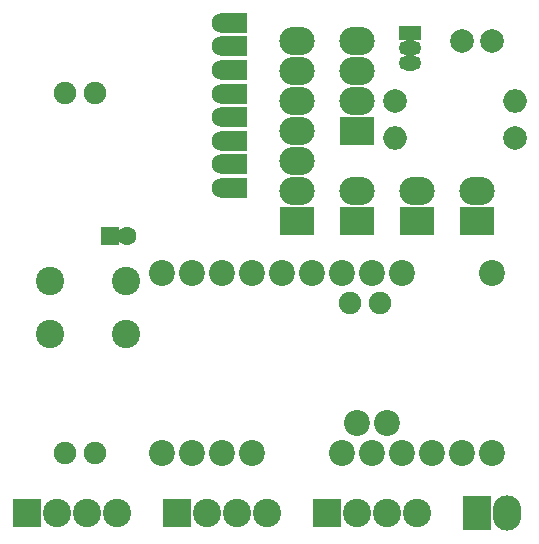
<source format=gbr>
G04 #@! TF.FileFunction,Soldermask,Top*
%FSLAX46Y46*%
G04 Gerber Fmt 4.6, Leading zero omitted, Abs format (unit mm)*
G04 Created by KiCad (PCBNEW 4.0.7) date 08/08/18 17:07:12*
%MOMM*%
%LPD*%
G01*
G04 APERTURE LIST*
%ADD10C,0.100000*%
%ADD11C,2.000000*%
%ADD12O,2.000000X2.000000*%
%ADD13C,2.200000*%
%ADD14C,1.900000*%
%ADD15R,2.400000X2.400000*%
%ADD16C,2.400000*%
%ADD17C,1.750000*%
%ADD18R,2.200000X1.750000*%
%ADD19R,3.000000X2.400000*%
%ADD20O,3.000000X2.400000*%
%ADD21O,1.900000X1.300000*%
%ADD22R,1.900000X1.300000*%
%ADD23R,1.600000X1.600000*%
%ADD24C,1.600000*%
%ADD25R,2.400000X3.000000*%
%ADD26O,2.400000X3.000000*%
G04 APERTURE END LIST*
D10*
D11*
X163195000Y-96520000D03*
D12*
X153035000Y-96520000D03*
D13*
X133350000Y-123190000D03*
X135890000Y-123190000D03*
X138430000Y-123190000D03*
X140970000Y-123190000D03*
X148590000Y-123190000D03*
X151130000Y-123190000D03*
X153670000Y-123190000D03*
X156210000Y-123190000D03*
X158750000Y-123190000D03*
X161290000Y-123190000D03*
X161290000Y-107950000D03*
X153670000Y-107950000D03*
X151130000Y-107950000D03*
X148590000Y-107950000D03*
X146050000Y-107950000D03*
X143510000Y-107950000D03*
X140970000Y-107950000D03*
X138430000Y-107950000D03*
X135890000Y-107950000D03*
X133350000Y-107950000D03*
X149860000Y-120650000D03*
X152400000Y-120650000D03*
D14*
X149225000Y-110490000D03*
X151765000Y-110490000D03*
X127635000Y-92710000D03*
X125095000Y-92710000D03*
X127635000Y-123190000D03*
X125095000Y-123190000D03*
D15*
X121920000Y-128270000D03*
D16*
X124460000Y-128270000D03*
X127000000Y-128270000D03*
X129540000Y-128270000D03*
D17*
X138470000Y-86735000D03*
D18*
X139470000Y-86735000D03*
D17*
X138470000Y-100735000D03*
X138470000Y-98735000D03*
X138470000Y-96735000D03*
X138470000Y-94735000D03*
X138470000Y-92735000D03*
X138470000Y-90735000D03*
X138470000Y-88735000D03*
D18*
X139470000Y-100735000D03*
X139470000Y-98735000D03*
X139470000Y-96735000D03*
X139470000Y-94735000D03*
X139470000Y-92735000D03*
X139470000Y-90735000D03*
X139470000Y-88735000D03*
D15*
X134620000Y-128270000D03*
D16*
X137160000Y-128270000D03*
X139700000Y-128270000D03*
X142240000Y-128270000D03*
D19*
X144780000Y-103505000D03*
D20*
X144780000Y-100965000D03*
X144780000Y-98425000D03*
X144780000Y-95885000D03*
X144780000Y-93345000D03*
X144780000Y-90805000D03*
X144780000Y-88265000D03*
D11*
X153035000Y-93345000D03*
D12*
X163195000Y-93345000D03*
D16*
X123825000Y-113085000D03*
X123825000Y-108585000D03*
X130325000Y-113085000D03*
X130325000Y-108585000D03*
D11*
X161290000Y-88265000D03*
X158790000Y-88265000D03*
D21*
X154305000Y-88900000D03*
X154305000Y-90170000D03*
D22*
X154305000Y-87630000D03*
D23*
X128905000Y-104775000D03*
D24*
X130405000Y-104775000D03*
D15*
X147320000Y-128270000D03*
D16*
X149860000Y-128270000D03*
X152400000Y-128270000D03*
X154940000Y-128270000D03*
D19*
X149860000Y-95885000D03*
D20*
X149860000Y-93345000D03*
X149860000Y-90805000D03*
X149860000Y-88265000D03*
D19*
X149860000Y-103505000D03*
D20*
X149860000Y-100965000D03*
D19*
X154940000Y-103505000D03*
D20*
X154940000Y-100965000D03*
D19*
X160020000Y-103505000D03*
D20*
X160020000Y-100965000D03*
D25*
X160020000Y-128270000D03*
D26*
X162560000Y-128270000D03*
M02*

</source>
